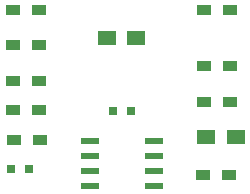
<source format=gtp>
%TF.GenerationSoftware,KiCad,Pcbnew,4.0.4-1.fc24-product*%
%TF.CreationDate,2018-03-01T09:40:41+11:00*%
%TF.ProjectId,BT_STACK,42545F535441434B2E6B696361645F70,rev?*%
%TF.FileFunction,Paste,Top*%
%FSLAX46Y46*%
G04 Gerber Fmt 4.6, Leading zero omitted, Abs format (unit mm)*
G04 Created by KiCad (PCBNEW 4.0.4-1.fc24-product) date Thu Mar  1 09:40:41 2018*
%MOMM*%
%LPD*%
G01*
G04 APERTURE LIST*
%ADD10C,0.100000*%
%ADD11R,1.550000X0.600000*%
%ADD12R,1.200000X0.900000*%
%ADD13R,1.500000X1.250000*%
%ADD14R,0.800000X0.750000*%
G04 APERTURE END LIST*
D10*
D11*
X154700000Y-87905000D03*
X154700000Y-86635000D03*
X154700000Y-85365000D03*
X154700000Y-84095000D03*
X149300000Y-84095000D03*
X149300000Y-85365000D03*
X149300000Y-86635000D03*
X149300000Y-87905000D03*
D12*
X142900000Y-84000000D03*
X145100000Y-84000000D03*
X161200000Y-80800000D03*
X159000000Y-80800000D03*
X159000000Y-73000000D03*
X161200000Y-73000000D03*
D13*
X159150000Y-83800000D03*
X161650000Y-83800000D03*
D12*
X159000000Y-77800000D03*
X161200000Y-77800000D03*
X142800000Y-81500000D03*
X145000000Y-81500000D03*
X142800000Y-76000000D03*
X145000000Y-76000000D03*
X142800000Y-73000000D03*
X145000000Y-73000000D03*
X142800000Y-79000000D03*
X145000000Y-79000000D03*
D13*
X150750000Y-75400000D03*
X153250000Y-75400000D03*
D14*
X151250000Y-81600000D03*
X152750000Y-81600000D03*
X142650000Y-86500000D03*
X144150000Y-86500000D03*
D12*
X158900000Y-87000000D03*
X161100000Y-87000000D03*
M02*

</source>
